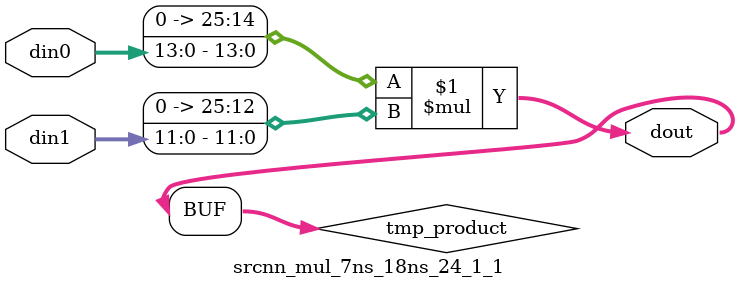
<source format=v>

`timescale 1 ns / 1 ps

  module srcnn_mul_7ns_18ns_24_1_1(din0, din1, dout);
parameter ID = 1;
parameter NUM_STAGE = 0;
parameter din0_WIDTH = 14;
parameter din1_WIDTH = 12;
parameter dout_WIDTH = 26;

input [din0_WIDTH - 1 : 0] din0; 
input [din1_WIDTH - 1 : 0] din1; 
output [dout_WIDTH - 1 : 0] dout;

wire signed [dout_WIDTH - 1 : 0] tmp_product;










assign tmp_product = $signed({1'b0, din0}) * $signed({1'b0, din1});











assign dout = tmp_product;







endmodule

</source>
